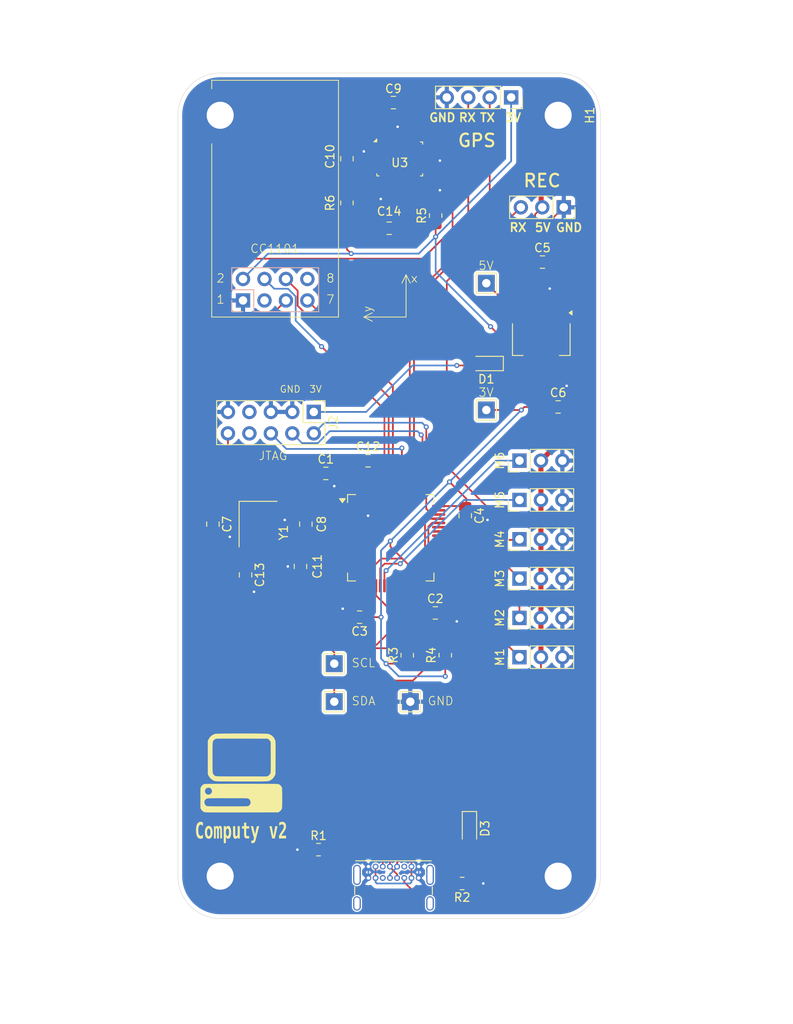
<source format=kicad_pcb>
(kicad_pcb (version 20241229) (generator "pcbnew") (generator_version "9.0")
  (layers (0 "F.Cu" signal) (2 "B.Cu" signal) (13 "F.Paste" user) (15 "B.Paste" user) (5 "F.SilkS" user "F.Silkscreen") (7 "B.SilkS" user "B.Silkscreen") (1 "F.Mask" user) (3 "B.Mask" user) (25 "Edge.Cuts" user))
  (net 0 "")
  (net 1 "+3.3V")
  (net 2 "GND")
  (net 3 "/TIM3_CH1")
  (net 5 "RX_GPS")
  (net 29 "/TIM3_CH2")
  (net 38 "/USB_D-")
  (net 39 "/USB_D+")
  (net 41 "/SWO")
  (net 43 "/NRST")
  (net 47 "Net-(J1-CC2)")
  (net 48 "Net-(J1-CC1)")
  (net 49 "/OSC_IN")
  (net 50 "/OSC_OUT")
  (net 51 "+5V")
  (net 52 "/SWDIO")
  (net 53 "Net-(U3-~{RESET})")
  (net 54 "Net-(D1-A)")
  (net 55 "/I2C2_SCL")
  (net 56 "/I2C2_SDA")
  (net 57 "/TIM8_CH1")
  (net 58 "/TIM8_CH2")
  (net 59 "/TIM8_CH3")
  (net 60 "/TIM8_CH4")
  (net 61 "/REC_TX")
  (net 68 "Net-(U3-~{BOOT_LOAD_PIN})")
  (net 76 "Net-(U3-CAP)")
  (net 77 "Net-(D3-A)")
  (net 79 "/SWCLK")
  (net 82 "TX_GPS")
  (net 85 "/CC1101_CSN")
  (net 86 "/SPI1_MISO")
  (net 87 "/SPI1_SCK")
  (net 88 "/SPI1_MOSI")
  (footprint "Capacitor_SMD:C_0805_2012Metric_Pad1.18x1.45mm_HandSolder" (layer "F.Cu") (at 99.5 98.5 90)
    (property "Reference" "C11")
    (property "Value" "100nF")
  )
  (footprint "Capacitor_SMD:C_0805_2012Metric_Pad1.18x1.45mm_HandSolder" (layer "F.Cu") (at 106.5 104.5 180)
    (property "Reference" "C3")
    (property "Value" "100nF")
  )
  (footprint "Resistor_SMD:R_0805_2012Metric_Pad1.20x1.40mm_HandSolder" (layer "F.Cu") (at 115.5 57 90)
    (property "Reference" "R5")
    (property "Value" "10k")
  )
  (footprint "Resistor_SMD:R_0805_2012Metric_Pad1.20x1.40mm_HandSolder" (layer "F.Cu") (at 118.6375 136 180)
    (property "Reference" "R2")
    (property "Value" "5.1k")
  )
  (footprint "Capacitor_SMD:C_0805_2012Metric_Pad1.18x1.45mm_HandSolder" (layer "F.Cu") (at 107.5 86)
    (property "Reference" "C12")
    (property "Value" "100nF")
  )
  (footprint "LOGO" (layer "F.Cu") (at 92.5 123)
    (property "Reference" "G***" (hide yes))
    (property "Value" "LOGO" (hide yes))
  )
  (footprint "Connector_PinHeader_2.54mm:PinHeader_1x03_P2.54mm_Vertical" (layer "F.Cu") (at 125.42 95.2875 90)
    (property "Reference" "M4")
    (property "Value" "Motor_Servo" (hide yes))
  )
  (footprint "Diode_SMD:D_SOD-323_HandSoldering" (layer "F.Cu") (at 119.5 129.5 -90)
    (property "Reference" "D3")
    (property "Value" "D_Schottky")
  )
  (footprint "TestPoint:TestPoint_THTPad_2.0x2.0mm_Drill1.0mm" (layer "F.Cu") (at 112.5 114.5)
    (property "Reference" "TP3" (hide yes))
    (property "Value" "TestPoint_GND")
  )
  (footprint "Capacitor_SMD:C_0805_2012Metric_Pad1.18x1.45mm_HandSolder" (layer "F.Cu") (at 110 58.5 180)
    (property "Reference" "C14")
    (property "Value" "1uF")
  )
  (footprint "TestPoint:TestPoint_THTPad_2.0x2.0mm_Drill1.0mm" (layer "F.Cu") (at 103.5 110)
    (property "Reference" "TP5" (hide yes))
    (property "Value" "TP_SCL")
  )
  (footprint "TestPoint:TestPoint_THTPad_2.0x2.0mm_Drill1.0mm" (layer "F.Cu") (at 121.5 80)
    (property "Reference" "TP2" (hide yes))
    (property "Value" "TP_3.3V")
  )
  (footprint "Capacitor_SMD:C_0805_2012Metric_Pad1.18x1.45mm_HandSolder" (layer "F.Cu") (at 130 79.6375)
    (property "Reference" "C6")
    (property "Value" "100nF")
  )
  (footprint "Crystal:Crystal_SMD_3225-4Pin_3.2x2.5mm_HandSoldering" (layer "F.Cu") (at 94.4875 93.5 -90)
    (property "Reference" "Y1")
    (property "Value" "25MHz")
  )
  (footprint "MountingHole:MountingHole_3.2mm_M3_DIN965_Pad" (layer "F.Cu") (at 130 135.1375 -90)
    (property "Reference" "H2" (hide yes))
    (property "Value" "MountingHole" (hide yes))
  )
  (footprint "Resistor_SMD:R_0805_2012Metric_Pad1.20x1.40mm_HandSolder" (layer "F.Cu") (at 105 55.5 90)
    (property "Reference" "R6")
    (property "Value" "10k")
  )
  (footprint "Capacitor_SMD:C_0805_2012Metric_Pad1.18x1.45mm_HandSolder" (layer "F.Cu") (at 102.5 87.5)
    (property "Reference" "C1")
    (property "Value" "4.7uF")
  )
  (footprint "Package_QFP:LQFP-64_10x10mm_P0.5mm" (layer "F.Cu") (at 110.1875 95.11)
    (property "Reference" "U1" (hide yes))
    (property "Value" "STM32F205RBTx" (hide yes))
  )
  (footprint "Package_TO_SOT_SMD:SOT-223-3_TabPin2" (layer "F.Cu") (at 128 71.6375 -90)
    (property "Reference" "U2" (hide yes))
    (property "Value" "NCP1117-3.3_SOT223" (hide yes))
  )
  (footprint "MountingHole:MountingHole_3.2mm_M3_DIN965_Pad" (layer "F.Cu") (at 90 45.1375 -90)
    (property "Reference" "H3" (hide yes))
    (property "Value" "MountingHole" (hide yes))
  )
  (footprint "Connector_PinHeader_2.54mm:PinHeader_1x03_P2.54mm_Vertical" (layer "F.Cu") (at 125.42 85.9875 90)
    (property "Reference" "M6")
    (property "Value" "Motor_Servo" (hide yes))
  )
  (footprint "Connector_PinHeader_2.54mm:PinHeader_1x03_P2.54mm_Vertical" (layer "F.Cu") (at 125.42 109.2375 90)
    (property "Reference" "M1")
    (property "Value" "Motor_Servo" (hide yes))
  )
  (footprint "Resistor_SMD:R_0805_2012Metric_Pad1.20x1.40mm_HandSolder" (layer "F.Cu") (at 116.6375 109 90)
    (property "Reference" "R4")
    (property "Value" "4.7k")
  )
  (footprint "Capacitor_SMD:C_0805_2012Metric_Pad1.18x1.45mm_HandSolder" (layer "F.Cu") (at 119 92.5 -90)
    (property "Reference" "C4")
    (property "Value" "100nF")
  )
  (footprint "Capacitor_SMD:C_0805_2012Metric_Pad1.18x1.45mm_HandSolder" (layer "F.Cu") (at 128.1375 62.5)
    (property "Reference" "C5")
    (property "Value" "100nF")
  )
  (footprint "Capacitor_SMD:C_0805_2012Metric_Pad1.18x1.45mm_HandSolder" (layer "F.Cu") (at 100.1375 93.5 90)
    (property "Reference" "C8")
    (property "Value" "22pF")
  )
  (footprint "Capacitor_SMD:C_0805_2012Metric_Pad1.18x1.45mm_HandSolder" (layer "F.Cu") (at 110.5 43.6375 180)
    (property "Reference" "C9")
    (property "Value" "120nF")
  )
  (footprint "MountingHole:MountingHole_3.2mm_M3_DIN965_Pad" (layer "F.Cu") (at 130 45.1375 -90)
    (property "Reference" "H1")
    (property "Value" "MountingHole")
  )
  (footprint "Package_LGA:LGA-28_5.2x3.8mm_P0.5mm" (layer "F.Cu") (at 111.25 50.3)
    (property "Reference" "U3")
    (property "Value" "BNO055")
  )
  (footprint "Connector_USB:USB_C_Receptacle_GCT_USB4085" (layer "F.Cu") (at 107.5375 134)
    (property "Reference" "J1" (hide yes))
    (property "Value" "USB_C_Receptacle_USB2.0_16P")
  )
  (footprint "Connector_PinHeader_2.54mm:PinHeader_1x03_P2.54mm_Vertical" (layer "F.Cu") (at 125.42 99.9375 90)
    (property "Reference" "M3")
    (property "Value" "Motor_Servo" (hide yes))
  )
  (footprint "Diode_SMD:D_SOD-323_HandSoldering" (layer "F.Cu") (at 121.5 74.5 180)
    (property "Reference" "D1")
    (property "Value" "D_Schottky")
  )
  (footprint "Connector_PinSocket_2.54mm:PinSocket_1x04_P2.54mm_Vertical" (layer "F.Cu") (at 124.4375 43.025 -90)
    (property "Reference" "J4" (hide yes))
    (property "Value" "Conn_01x04_Socket" (hide yes))
  )
  (footprint "Connector_PinHeader_2.54mm:PinHeader_1x03_P2.54mm_Vertical" (layer "F.Cu") (at 125.42 104.5875 90)
    (property "Reference" "M2")
    (property "Value" "Motor_Servo" (hide yes))
  )
  (footprint "Resistor_SMD:R_0805_2012Metric_Pad1.20x1.40mm_HandSolder" (layer "F.Cu") (at 112.1375 109 90)
    (property "Reference" "R3")
    (property "Value" "4.7k")
  )
  (footprint "TestPoint:TestPoint_THTPad_2.0x2.0mm_Drill1.0mm" (layer "F.Cu") (at 121.5 65)
    (property "Reference" "TP1" (hide yes))
    (property "Value" "TP_5V")
  )
  (footprint "Connector_PinSocket_2.54mm:PinSocket_1x03_P2.54mm_Vertical" (layer "F.Cu") (at 130.6625 56.025 -90)
    (property "Reference" "J3" (hide yes))
    (property "Value" "Conn_01x03_Socket" (hide yes))
  )
  (footprint "Capacitor_SMD:C_0805_2012Metric_Pad1.18x1.45mm_HandSolder" (layer "F.Cu") (at 89.1375 93.5 -90)
    (property "Reference" "C7")
    (property "Value" "22pF")
  )
  (footprint "Connector_PinHeader_2.54mm:PinHeader_1x03_P2.54mm_Vertical" (layer "F.Cu") (at 125.42 90.6375 90)
    (property "Reference" "M5")
    (property "Value" "Motor_Servo" (hide yes))
  )
  (footprint "Capacitor_SMD:C_0805_2012Metric_Pad1.18x1.45mm_HandSolder" (layer "F.Cu") (at 93 99.5 -90)
    (property "Reference" "C13")
    (property "Value" "100nF")
  )
  (footprint "Resistor_SMD:R_0805_2012Metric_Pad1.20x1.40mm_HandSolder" (layer "F.Cu") (at 101.6375 132)
    (property "Reference" "R1")
    (property "Value" "5.1k")
  )
  (footprint "Capacitor_SMD:C_0805_2012Metric_Pad1.18x1.45mm_HandSolder" (layer "F.Cu") (at 105 50.275 -90)
    (property "Reference" "C10")
    (property "Value" "100nF")
  )
  (footprint "MountingHole:MountingHole_3.2mm_M3_DIN965_Pad" (layer "F.Cu") (at 90 135.1375)
    (property "Reference" "H4" (hide yes))
    (property "Value" "MountingHole" (hide yes))
  )
  (footprint "TestPoint:TestPoint_THTPad_2.0x2.0mm_Drill1.0mm" (layer "F.Cu") (at 103.5 114.5)
    (property "Reference" "TP4" (hide yes))
    (property "Value" "TP_SDA")
  )
  (footprint "Capacitor_SMD:C_0805_2012Metric_Pad1.18x1.45mm_HandSolder" (layer "F.Cu") (at 115.4625 104)
    (property "Reference" "C2")
    (property "Value" "100nF")
  )
  (footprint "Connector_PinHeader_2.54mm:PinHeader_2x05_P2.54mm_Vertical" (layer "F.Cu") (at 101.075 80.225 -90)
    (property "Reference" "J2")
    (property "Value" "Conn_ARM_JTAG_SWD_10" (hide yes))
  )
  (footprint "Connector_PinSocket_2.54mm:PinSocket_2x04_P2.54mm_Vertical" (layer "B.Cu") (at 92.7 67.04 -90)
    (property "Reference" "J5" (hide yes))
    (property "Value" "Conn_02x04_Odd_Even" (hide yes))
  )
  (gr_line (start 112 69) (end 112 64) (stroke (width 0.1)) (layer "F.SilkS"))
  (gr_line (start 89 41) (end 104 41) (stroke (width 0.1)) (layer "F.SilkS"))
  (gr_line (start 89 41) (end 89 42) (stroke (width 0.1)) (layer "F.SilkS"))
  (gr_line (start 107 69) (end 108 69.5) (stroke (width 0.1)) (layer "F.SilkS"))
  (gr_line (start 112 64) (end 112.5 65) (stroke (width 0.1)) (layer "F.SilkS"))
  (gr_line (start 104 69) (end 104 41) (stroke (width 0.1)) (layer "F.SilkS"))
  (gr_line (start 107 69) (end 108 68.5) (stroke (width 0.1)) (layer "F.SilkS"))
  (gr_line (start 89 69) (end 89 48.5) (stroke (width 0.1)) (layer "F.SilkS"))
  (gr_line (start 112 69) (end 107 69) (stroke (width 0.1)) (layer "F.SilkS"))
  (gr_line (start 104 69) (end 89 69) (stroke (width 0.1)) (layer "F.SilkS"))
  (gr_line (start 112 64) (end 111.5 65) (stroke (width 0.1)) (layer "F.SilkS"))
  (gr_arc (start 130 40.1375) (mid 133.535534 41.601966) (end 135 45.1375) (stroke (width 0.05)) (layer "Edge.Cuts"))
  (gr_arc (start 135 135.1375) (mid 133.535534 138.673034) (end 130 140.1375) (stroke (width 0.05)) (layer "Edge.Cuts"))
  (gr_arc (start 90 140.1375) (mid 86.464466 138.673034) (end 85 135.1375) (stroke (width 0.05)) (layer "Edge.Cuts"))
  (gr_arc (start 85 45.1375) (mid 86.464466 41.601966) (end 90 40.1375) (stroke (width 0.05)) (layer "Edge.Cuts"))
  (gr_line (start 90 40.1375) (end 130 40.1375) (stroke (width 0.05)) (layer "Edge.Cuts"))
  (gr_line (start 135 45.1375) (end 135 135.1375) (stroke (width 0.05)) (layer "Edge.Cuts"))
  (gr_line (start 85 135.1375) (end 85 45.1375) (stroke (width 0.05)) (layer "Edge.Cuts"))
  (gr_line (start 130 140.1375) (end 90 140.1375) (stroke (width 0.05)) (layer "Edge.Cuts"))
  (gr_text "y" (at 108 68.5 90) (layer "F.SilkS") (effects (font (size 1 1) (thickness 0.1)) (justify left bottom)))
  (gr_text "REC" (at 125.75 53.75 0) (layer "F.SilkS") (effects (font (size 1.5 1.5) (thickness 0.25) (bold yes)) (justify left bottom)))
  (gr_text "3V" (at 100.5 78 0) (layer "F.SilkS") (effects (font (size 0.8 0.8) (thickness 0.1)) (justify left bottom)))
  (gr_text "JTAG" (at 94.5 86 0) (layer "F.SilkS") (effects (font (size 1 1) (thickness 0.1)) (justify left bottom)))
  (gr_text "GPS" (at 118 49 0) (layer "F.SilkS") (effects (font (size 1.5 1.5) (thickness 0.25) (bold yes)) (justify left bottom)))
  (gr_text "SCL" (at 105.5 110.5 0) (layer "F.SilkS") (effects (font (size 1 1) (thickness 0.1)) (justify left bottom)))
  (gr_text "GND" (at 129.6375 59 0) (layer "F.SilkS") (effects (font (size 1 1) (thickness 0.2) (bold yes)) (justify left bottom)))
  (gr_text "1" (at 89.5 67.5 0) (layer "F.SilkS") (effects (font (size 1 1) (thickness 0.1)) (justify left bottom)))
  (gr_text "SDA\n" (at 105.5 115 0) (layer "F.SilkS") (effects (font (size 1 1) (thickness 0.1)) (justify left bottom)))
  (gr_text "RX" (at 118.1375 46 0) (layer "F.SilkS") (effects (font (size 1 1) (thickness 0.2) (bold yes)) (justify left bottom)))
  (gr_text "Computy v2" (at 87 131 0) (layer "F.SilkS") (effects (font (size 1.9 1.3) (thickness 0.3) (bold yes)) (justify left bottom)))
  (gr_text "CC1101" (at 93.5 61.5 0) (layer "F.SilkS") (effects (font (size 1 1) (thickness 0.1)) (justify left bottom)))
  (gr_text "x" (at 112.5 65 0) (layer "F.SilkS") (effects (font (size 1 1) (thickness 0.1)) (justify left bottom)))
  (gr_text "2" (at 89.5 65 0) (layer "F.SilkS") (effects (font (size 1 1) (thickness 0.1)) (justify left bottom)))
  (gr_text "5V" (at 127.1375 59 0) (layer "F.SilkS") (effects (font (size 1 1) (thickness 0.2) (bold yes)) (justify left bottom)))
  (gr_text "TX" (at 120.6375 46 0) (layer "F.SilkS") (effects (font (size 1 1) (thickness 0.2) (bold yes)) (justify left bottom)))
  (gr_text "GND" (at 97 78 0) (layer "F.SilkS") (effects (font (size 0.8 0.8) (thickness 0.1)) (justify left bottom)))
  (gr_text "GND" (at 114.6375 46 0) (layer "F.SilkS") (effects (font (size 1 1) (thickness 0.2) (bold yes)) (justify left bottom)))
  (gr_text "RX" (at 124.1375 59 0) (layer "F.SilkS") (effects (font (size 1 1) (thickness 0.2) (bold yes)) (justify left bottom)))
  (gr_text "3V" (at 123.6375 46 0) (layer "F.SilkS") (effects (font (size 1 1) (thickness 0.2) (bold yes)) (justify left bottom)))
  (gr_text "3V" (at 120.5 78.5 0) (layer "F.SilkS") (effects (font (size 1 1) (thickness 0.1)) (justify left bottom)))
  (gr_text "GND" (at 114.5 115 0) (layer "F.SilkS") (effects (font (size 1 1) (thickness 0.1)) (justify left bottom)))
  (gr_text "5V" (at 120.5 63.5 0) (layer "F.SilkS") (effects (font (size 1 1) (thickness 0.1)) (justify left bottom)))
  (gr_text "7" (at 102.5 67.5 0) (layer "F.SilkS") (effects (font (size 1 1) (thickness 0.1)) (justify left bottom)))
  (gr_text "8" (at 102.5 65 0) (layer "F.SilkS") (effects (font (size 1 1) (thickness 0.1)) (justify left bottom)))
  (segment (start 128 72.1375) (end 128 74.7875) (width 0.2) (layer "F.Cu") (net 1))
  (segment (start 111.560294 97.574265) (end 110.1375 96.151471) (width 0.2) (layer "F.Cu") (net 1))
  (segment (start 119.1375 90.5) (end 117.1375 88.5) (width 0.2) (layer "F.Cu") (net 1))
  (segment (start 116.6375 109.825) (end 116.6375 111.5) (width 0.2) (layer "F.Cu") (net 1))
  (segment (start 103.6875 51.3125) (end 102.5 52.5) (width 0.2) (layer "F.Cu") (net 1))
  (segment (start 113.9375 100.785) (end 113.9375 99.951471) (width 0.2) (layer "F.Cu") (net 1))
  (segment (start 105.7775 91.81759) (end 105.7775 97.08) (width 0.2) (layer "F.Cu") (net 1))
  (segment (start 108.8625 50.05) (end 109.427 50.05) (width 0.2) (layer "F.Cu") (net 1))
  (segment (start 123.15 74.5) (end 127.7125 74.5) (width 0.2) (layer "F.Cu") (net 1))
  (segment (start 101.4625 90.4625) (end 101.4625 87.5) (width 0.2) (layer "F.Cu") (net 1))
  (segment (start 118.86 91.36) (end 119.1375 91.6375) (width 0.2) (layer "F.Cu") (net 1))
  (segment (start 109.063235 97.574265) (end 107.4375 99.2) (width 0.2) (layer "F.Cu") (net 1))
  (segment (start 109.6375 110) (end 111.9625 110) (width 0.2) (layer "F.Cu") (net 1))
  (segment (start 106.4375 89.435) (end 106.4375 86.3375) (width 0.2) (layer "F.Cu") (net 1))
  (segment (start 105.7775 97.08) (end 105.4975 97.36) (width 0.2) (layer "F.Cu") (net 1))
  (segment (start 105.7775 91.36) (end 106.4375 90.7) (width 0.2) (layer "F.Cu") (net 1))
  (segment (start 105.5 61.5) (end 105.5 61.499) (width 0.2) (layer "F.Cu") (net 1))
  (segment (start 102.1775 97.36) (end 104.5125 97.36) (width 0.2) (layer "F.Cu") (net 1))
  (segment (start 105 56.5) (end 105 61) (width 0.2) (layer "F.Cu") (net 1))
  (segment (start 104 56.5) (end 105 56.5) (width 0.2) (layer "F.Cu") (net 1))
  (segment (start 106.4375 90.7) (end 106.4375 89.435) (width 0.2) (layer "F.Cu") (net 1))
  (segment (start 107.4375 103.9375) (end 108 104.5) (width 0.2) (layer "F.Cu") (net 1))
  (segment (start 102.36 91.36) (end 101.4625 90.4625) (width 0.2) (layer "F.Cu") (net 1))
  (segment (start 104.5125 91.36) (end 102.36 91.36) (width 0.2) (layer "F.Cu") (net 1))
  (segment (start 128 68.4875) (end 128 72.1375) (width 0.2) (layer "F.Cu") (net 1))
  (segment (start 100 99.5375) (end 102.1775 97.36) (width 0.2) (layer "F.Cu") (net 1))
  (segment (start 113.9375 100.785) (end 113.9375 103.475) (width 0.2) (layer "F.Cu") (net 1))
  (segment (start 109.6375 43.6375) (end 109.5 43.775) (width 0.2) (layer "F.Cu") (net 1))
  (segment (start 119.1375 91.6375) (end 119.1375 90.5) (width 0.2) (layer "F.Cu") (net 1))
  (segment (start 107.4375 99.2) (end 107.4375 100.785) (width 0.2) (layer "F.Cu") (net 1))
  (segment (start 126 79.6375) (end 129.1375 79.6375) (width 0.2) (layer "F.Cu") (net 1))
  (segment (start 106.775 86) (end 106.6375 86) (width 0.2) (layer "F.Cu") (net 1))
  (segment (start 110.1375 96.151471) (end 110.1375 95.5) (width 0.2) (layer "F.Cu") (net 1))
  (segment (start 105.5 51.1375) (end 106.5875 50.05) (width 0.2) (layer "F.Cu") (net 1))
  (segment (start 128 74.7875) (end 129.1375 75.925) (width 0.2) (layer "F.Cu") (net 1))
  (segment (start 125.6375 80) (end 121.5 80) (width 0.2) (layer "F.Cu") (net 1))
  (segment (start 122 70.1375) (end 124 72.1375) (width 0.2) (layer "F.Cu") (net 1))
  (segment (start 111.560294 97.574265) (end 109.063235 97.574265) (width 0.2) (layer "F.Cu") (net 1))
  (segment (start 105 61) (end 105.5 61.5) (width 0.2) (layer "F.Cu") (net 1))
  (segment (start 115.8625 91.36) (end 118.86 91.36) (width 0.2) (layer "F.Cu") (net 1))
  (segment (start 105.4975 97.36) (end 105.5975 97.36) (width 0.2) (layer "F.Cu") (net 1))
  (segment (start 106.5875 50.05) (end 108.8625 50.05) (width 0.2) (layer "F.Cu") (net 1))
  (segment (start 113.9375 99.951471) (end 111.560294 97.574265) (width 0.2) (layer "F.Cu") (net 1))
  (segment (start 102.5 55) (end 104 56.5) (width 0.2) (layer "F.Cu") (net 1))
  (segment (start 107.4375 100.785) (end 107.4375 103.9375) (width 0.2) (layer "F.Cu") (net 1))
  (segment (start 113.9375 103.475) (end 114.4625 104) (width 0.2) (layer "F.Cu") (net 1))
  (segment (start 109.5 43.775) (end 109.5 48.6375) (width 0.2) (layer "F.Cu") (net 1))
  (segment (start 115.5 58) (end 115.5 59.5) (width 0.2) (layer "F.Cu") (net 1))
  (segment (start 124 72.1375) (end 128 72.1375) (width 0.2) (layer "F.Cu") (net 1))
  (segment (start 109.5 49.977) (end 109.5 48.6375) (width 0.2) (layer "F.Cu") (net 1))
  (segment (start 105.5975 97.36) (end 107.4375 99.2) (width 0.2) (layer "F.Cu") (net 1))
  (segment (start 109.427 50.05) (end 109.5 49.977) (width 0.2) (layer "F.Cu") (net 1))
  (segment (start 111.9625 110) (end 112.1375 109.825) (width 0.2) (layer "F.Cu") (net 1))
  (segment (start 104.5125 91.36) (end 105.7775 91.36) (width 0.2) (layer "F.Cu") (net 1))
  (segment (start 105.31991 91.36) (end 105.7775 91.81759) (width 0.2) (layer "F.Cu") (net 1))
  (segment (start 108 104.5) (end 109.0375 104.5) (width 0.2) (layer "F.Cu") (net 1))
  (segment (start 104.5125 97.36) (end 105.4975 97.36) (width 0.2) (layer "F.Cu") (net 1))
  (segment (start 127.7125 74.5) (end 128 74.7875) (width 0.2) (layer "F.Cu") (net 1))
  (segment (start 102.5 52.5) (end 102.5 55) (width 0.2) (layer "F.Cu") (net 1))
  (segment (start 104.5125 91.36) (end 105.31991 91.36) (width 0.2) (layer "F.Cu") (net 1))
  (segment (start 129.1375 75.925) (end 129.1375 79.6375) (width 0.2) (layer "F.Cu") (net 1))
  (segment (start 105 51.3125) (end 103.6875 51.3125) (width 0.2) (layer "F.Cu") (net 1))
  (segment (start 106.4375 86.3375) (end 106.775 86) (width 0.2) (layer "F.Cu") (net 1))
  (segment (start 125.6375 80) (end 126 79.6375) (width 0.2) (layer "F.Cu") (net 1))
  (via (at 105.5 61.499) (size 0.6) (drill 0.3) (layers "F.Cu" "B.Cu") (net 1))
  (via (at 115.5 59.5) (size 0.6) (drill 0.3) (layers "F.Cu" "B.Cu") (net 1))
  (via (at 116.6375 111.5) (size 0.6) (drill 0.3) (layers "F.Cu" "B.Cu") (net 1))
  (via (at 117.1375 88.5) (size 0.6) (drill 0.3) (layers "F.Cu" "B.Cu") (net 1))
  (via (at 109.6375 110) (size 0.6) (drill 0.3) (layers "F.Cu" "B.Cu") (net 1))
  (via (at 110.1375 95.5) (size 0.6) (drill 0.3) (layers "F.Cu" "B.Cu") (net 1))
  (via (at 125.6375 80) (size 0.6) (drill 0.3) (layers "F.Cu" "B.Cu") (net 1))
  (via (at 122 70.1375) (size 0.6) (drill 0.3) (layers "F.Cu" "B.Cu") (net 1))
  (via (at 109.0375 104.5) (size 0.6) (drill 0.3) (layers "F.Cu" "B.Cu") (net 1))
  (segment (start 95.66 61.5) (end 105.499 61.5) (width 0.2) (layer "B.Cu") (net 1))
  (segment (start 124.4375 43.025) (end 124.4375 50.5625) (width 0.2) (layer "B.Cu") (net 1))
  (segment (start 112.1375 111.5) (end 116.6375 111.5) (width 0.2) (layer "B.Cu") (net 1))
  (segment (start 111.1375 111.5) (end 112.1375 111.5) (width 0.2) (layer "B.Cu") (net 1))
  (segment (start 105.499 61.5) (end 105.5 61.499) (width 0.2) (layer "B.Cu") (net 1))
  (segment (start 117.1375 88.5) (end 110.1375 95.5) (width 0.2) (layer "B.Cu") (net 1))
  (segment (start 109.6375 110) (end 111.1375 111.5) (width 0.2) (layer "B.Cu") (net 1))
  (segment (start 115.5 59.5) (end 115.5 63.6375) (width 0.2) (layer "B.Cu") (net 1))
  (segment (start 109.0375 96.6) (end 109.0375 109.4) (width 0.2) (layer "B.Cu") (net 1))
  (segment (start 113.499 61.499) (end 113.5 61.5) (width 0.2) (layer "B.Cu") (net 1))
  (segment (start 105.5 61.499) (end 113.499 61.499) (width 0.2) (layer "B.Cu") (net 1))
  (segment (start 117.1375 88.5) (end 125.6375 80) (width 0.2) (layer "B.Cu") (net 1))
  (segment (start 109.0375 109.4) (end 109.6375 110) (width 0.2) (layer "B.Cu") (net 1))
  (segment (start 110.1375 95.5) (end 109.0375 96.6) (width 0.2) (layer "B.Cu") (net 1))
  (segment (start 124.4375 50.5625) (end 115.5 59.5) (width 0.2) (layer "B.Cu") (net 1))
  (segment (start 95.66 61.5) (end 92.7 64.46) (width 0.2) (layer "B.Cu") (net 1))
  (segment (start 115.5 63.6375) (end 122 70.1375) (width 0.2) (layer "B.Cu") (net 1))
  (segment (start 115.5 59.5) (end 113.5 61.5) (width 0.2) (layer "B.Cu") (net 1))
  (segment (start 97.6375 92.4) (end 99.8125 92.4) (width 0.2) (layer "F.Cu") (net 2))
  (segment (start 108.4375 88.62759) (end 108.4375 89.435) (width 0.2) (layer "F.Cu") (net 2))
  (segment (start 129 62.6375) (end 129 67.1875) (width 0.2) (layer "F.Cu") (net 2))
  (segment (start 108.725 49.4125) (end 108.8625 49.55) (width 0.2) (layer "F.Cu") (net 2))
  (segment (start 115.55 50.05) (end 116 50.5) (width 0.2) (layer "F.Cu") (net 2))
  (segment (start 130.8625 77.275) (end 131 77.1375) (width 0.2) (layer "F.Cu") (net 2))
  (segment (start 111 46) (end 111 48.6375) (width 0.2) (layer "F.Cu") (net 2))
  (segment (start 105.5 49.4125) (end 108.725 49.4125) (width 0.2) (layer "F.Cu") (net 2))
  (segment (start 93.3125 94.275) (end 93.6375 94.6) (width 0.2) (layer "F.Cu") (net 2))
  (segment (start 129 62.6375) (end 129 57.6625) (width 0.2) (layer "F.Cu") (net 2))
  (segment (start 95.3375 92.4) (end 97.6375 92.4) (width 0.2) (layer "F.Cu") (net 2))
  (segment (start 100 97.4625) (end 99.0375 97.4625) (width 0.2) (layer "F.Cu") (net 2))
  (segment (start 99.0375 97.4625) (end 98 98.5) (width 0.2) (layer "F.Cu") (net 2))
  (segment (start 117 104) (end 118 105) (width 0.2) (layer "F.Cu") (net 2))
  (segment (start 91.1375 94.275) (end 93.3125 94.275) (width 0.2) (layer "F.Cu") (net 2))
  (segment (start 109 55.0375) (end 109 54) (width 0.2) (layer "F.Cu") (net 2))
  (segment (start 107.95625 51.95625) (end 108.8625 51.05) (width 0.2) (layer "F.Cu") (net 2))
  (segment (start 116.5375 104) (end 117 104) (width 0.2) (layer "F.Cu") (net 2))
  (segment (start 114.204 50.55) (end 116 52.346) (width 0.2) (layer "F.Cu") (net 2))
  (segment (start 103.5375 88.9625) (end 103.5 89) (width 0.2) (layer "F.Cu") (net 2))
  (segment (start 106.9375 103.025) (end 105.4625 104.5) (width 0.2) (layer "F.Cu") (net 2))
  (segment (start 116 52.346) (end 116 54) (width 0.2) (layer "F.Cu") (net 2))
  (segment (start 108.4375 89.435) (end 108.4375 86.0625) (width 0.2) (layer "F.Cu") (net 2))
  (segment (start 129 67.1875) (end 130.3 68.4875) (width 0.2) (layer "F.Cu") (net 2))
  (segment (start 109 54) (end 109 51.9625) (width 0.2) (layer "F.Cu") (net 2))
  (segment (start 113.6375 50.05) (end 115.55 50.05) (width 0.2) (layer "F.Cu") (net 2))
  (segment (start 108.5375 55.0375) (end 107.95625 54.45625) (width 0.2) (layer "F.Cu") (net 2))
  (segment (start 111 46) (end 111 46.5) (width 0.2) (layer "F.Cu") (net 2))
  (segment (start 89.1375 94.275) (end 91.1375 94.275) (width 0.2) (layer "F.Cu") (net 2))
  (segment (start 100 97.4625) (end 100.6025 96.86) (width 0.2) (layer "F.Cu") (net 2))
  (segment (start 130.8625 79.6375) (end 130.8625 77.275) (width 0.2) (layer "F.Cu") (net 2))
  (segment (start 100.6025 96.86) (end 104.5125 96.86) (width 0.2) (layer "F.Cu") (net 2))
  (segment (start 105.4625 104.5) (end 105.4625 104.4625) (width 0.2) (layer "F.Cu") (net 2))
  (segment (start 97.6375 92.4) (end 97.6375 93) (width 0.2) (layer "F.Cu") (net 2))
  (segment (start 108.4375 91.5625) (end 107.5 92.5) (width 0.2) (layer "F.Cu") (net 2))
  (segment (start 119.6375 136) (end 121.1375 136) (width 0.2) (layer "F.Cu") (net 2))
  (segment (start 105.4625 104.4625) (end 104.5 103.5) (width 0.2) (layer "F.Cu") (net 2))
  (segment (start 106.9375 89.435) (end 106.9375 91.9375) (width 0.2) (layer "F.Cu") (net 2))
  (segment (start 99.8125 92.4) (end 100.1375 92.725) (width 0.2) (layer "F.Cu") (net 2))
  (segment (start 109 55.0375) (end 108.5375 55.0375) (width 0.2) (layer "F.Cu") (net 2))
  (segment (start 108.4375 89.435) (end 108.4375 91.5625) (width 0.2) (layer "F.Cu") (net 2))
  (segment (start 93.0375 100.5375) (end 94 101.5) (width 0.2) (layer "F.Cu") (net 2))
  (segment (start 108.4375 86.0625) (end 108.5 86) (width 0.2) (layer "F.Cu") (net 2))
  (segment (start 103.5375 87.5) (end 103.5375 88.9625) (width 0.2) (layer "F.Cu") (net 2))
  (segment (start 121.275 93.3625) (end 119.1375 93.3625) (width 0.2) (layer "F.Cu") (net 2))
  (segment (start 93 100.5375) (end 93.0375 100.5375) (width 0.2) (layer "F.Cu") (net 2))
  (segment (start 107.95625 54.45625) (end 107.95625 51.95625) (width 0.2) (layer "F.Cu") (net 2))
  (segment (start 106.9375 100.785) (end 106.9375 103.025) (width 0.2) (layer "F.Cu") (net 2))
  (segment (start 111.3625 43.6375) (end 111 44) (width 0.2) (layer "F.Cu") (net 2))
  (segment (start 113.6375 50.55) (end 114.204 50.55) (width 0.2) (layer "F.Cu") (net 2))
  (segment (start 108.9625 55.075) (end 108.9625 58.5) (width 0.2) (layer "F.Cu") (net 2))
  (segment (start 129 57.6625) (end 130.525 56.1375) (width 0.2) (layer "F.Cu") (net 2))
  (segment (start 91.1375 94.275) (end 91.1375 95) (width 0.2) (layer "F.Cu") (net 2))
  (segment (start 106.9375 91.9375) (end 107.5 92.5) (width 0.2) (layer "F.Cu") (net 2))
  (segment (start 121.6375 93) (end 121.275 93.3625) (width 0.2) (layer "F.Cu") (net 2))
  (segment (start 100.6375 132) (end 99.1375 132) (width 0.2) (layer "F.Cu") (net 2))
  (segment (start 111 44) (end 111 46) (width 0.2) (layer "F.Cu") (net 2))
  (segment (start 109 55.0375) (end 108.9625 55.075) (width 0.2) (layer "F.Cu") (net 2))
  (via (at 129 65.6375) (size 0.6) (drill 0.3) (layers "F.Cu" "B.Cu") (net 2))
  (via (at 109 55.0375) (size 0.6) (drill 0.3) (layers "F.Cu" "B.Cu") (net 2))
  (via (at 121.6375 93) (size 0.6) (drill 0.3) (layers "F.Cu" "B.Cu") (net 2))
  (via (at 104.5 103.5) (size 0.6) (drill 0.3) (layers "F.Cu" "B.Cu") (net 2))
  (via (at 111 46.5) (size 0.6) (drill 0.3) (layers "F.Cu" "B.Cu") (net 2))
  (via (at 116 50.5) (size 0.6) (drill 0.3) (layers "F.Cu" "B.Cu") (net 2))
  (via (at 118 105) (size 0.6) (drill 0.3) (layers "F.Cu" "B.Cu") (net 2))
  (via (at 97.6375 93) (size 0.6) (drill 0.3) (layers "F.Cu" "B.Cu") (net 2))
  (via (at 98 98.5) (size 0.6) (drill 0.3) (layers "F.Cu" "B.Cu") (net 2))
  (via (at 103.5 89) (size 0.6) (drill 0.3) (layers "F.Cu" "B.Cu") (net 2))
  (via (at 107.5 92.5) (size 0.6) (drill 0.3) (layers "F.Cu" "B.Cu") (net 2))
  (via (at 131 77.1375) (size 0.6) (drill 0.3) (layers "F.Cu" "B.Cu") (net 2))
  (via (at 121.1375 136) (size 0.6) (drill 0.3) (layers "F.Cu" "B.Cu") (net 2))
  (via (at 99.1375 132) (size 0.6) (drill 0.3) (layers "F.Cu" "B.Cu") (net 2))
  (via (at 107 49.4125) (size 0.6) (drill 0.3) (layers "F.Cu" "B.Cu") (net 2))
  (via (at 116 54) (size 0.6) (drill 0.3) (layers "F.Cu" "B.Cu") (net 2))
  (via (at 94 101.5) (size 0.6) (drill 0.3) (layers "F.Cu" "B.Cu") (net 2))
  (via (at 91.1375 95) (size 0.6) (drill 0.3) (layers "F.Cu" "B.Cu") (net 2))
  (segment (start 107.5375 134) (end 107.5375 135.35) (width 0.2) (layer "B.Cu") (net 2))
  (segment (start 113.4875 134) (end 113.4875 135.35) (width 0.2) (layer "B.Cu") (net 2))
  (segment (start 108.9375 98.7) (end 108.9375 100.785) (width 0.2) (layer "F.Cu") (net 3))
  (segment (start 109.463235 98.174265) (end 108.9375 98.7) (width 0.2) (layer "F.Cu") (net 3))
  (segment (start 111.311765 98.174265) (end 109.463235 98.174265) (width 0.2) (layer "F.Cu") (net 3))
  (via (at 111.311765 98.174265) (size 0.6) (drill 0.3) (layers "F.Cu" "B.Cu") (net 3))
  (segment (start 111.311765 98.174265) (end 118.84853 90.6375) (width 0.2) (layer "B.Cu") (net 3))
  (segment (start 118.84853 90.6375) (end 125.42 90.6375) (width 0.2) (layer "B.Cu") (net 3))
  (segment (start 112.4375 89.435) (end 112.4375 67.0625) (width 0.2) (layer "F.Cu") (net 5))
  (segment (start 112.4375 67.0625) (end 112.5365 66.9635) (width 0.2) (layer "F.Cu") (net 5))
  (segment (start 112.5365 66.8964) (end 119.3575 60.0754) (width 0.2) (layer "F.Cu") (net 5))
  (segment (start 119.3575 60.0754) (end 119.3575 43.025) (width 0.2) (layer "F.Cu") (net 5))
  (segment (start 112.5365 66.9635) (end 112.5365 66.8964) (width 0.2) (layer "F.Cu") (net 5))
  (segment (start 109.4375 99.2) (end 109.6375 99) (width 0.2) (layer "F.Cu") (net 29))
  (segment (start 109.4375 100.785) (end 109.4375 99.2) (width 0.2) (layer "F.Cu") (net 29))
  (via (at 109.6375 99) (size 0.6) (drill 0.3) (layers "F.Cu" "B.Cu") (net 29))
  (segment (start 109.6375 99) (end 122.65 85.9875) (width 0.2) (layer "B.Cu") (net 29))
  (segment (start 122.65 85.9875) (end 125.42 85.9875) (width 0.2) (layer "B.Cu") (net 29))
  (segment (start 114.6375 93.77759) (end 114.6375 99) (width 0.2) (layer "F.Cu") (net 38))
  (segment (start 110.9375 133.505026) (end 110.9375 134) (width 0.2) (layer "F.Cu") (net 38))
  (segment (start 119.6375 104) (end 119.6375 124.805026) (width 0.2) (layer "F.Cu") (net 38))
  (segment (start 114.6375 99) (end 119.6375 104) (width 0.2) (layer "F.Cu") (net 38))
  (segment (start 119.6375 124.805026) (end 110.9375 133.505026) (width 0.2) (layer "F.Cu") (net 38))
  (segment (start 115.05509 93.36) (end 114.6375 93.77759) (width 0.2) (layer "F.Cu") (net 38))
  (segment (start 115.8625 93.36) (end 115.05509 93.36) (width 0.2) (layer "F.Cu") (net 38))
  (segment (start 110.0875 135.35) (end 110.0875 134.919239) (width 0.2) (layer "B.Cu") (net 38))
  (segment (start 110.9375 134.069239) (end 110.9375 134) (width 0.2) (layer "B.Cu") (net 38))
  (segment (start 110.0875 134.919239) (end 110.9375 134.069239) (width 0.2) (layer "B.Cu") (net 38))
  (segment (start 114.7775 92.86) (end 115.8625 92.86) (width 0.2) (layer "F.Cu") (net 39))
  (segment (start 114.2375 99.4) (end 114.2375 93.4) (width 0.2) (layer "F.Cu") (net 39))
  (segment (start 119.2375 104.4) (end 114.2375 99.4) (width 0.2) (layer "F.Cu") (net 39))
  (segment (start 110.0875 133.115685) (end 119.2375 123.965685) (width 0.2) (layer "F.Cu") (net 39))
  (segment (start 110.9375 135.35) (end 110.9375 134.919239) (width 0.2) (layer "F.Cu") (net 39))
  (segment (start 114.2375 93.4) (end 114.7775 92.86) (width 0.2) (layer "F.Cu") (net 39))
  (segment (start 110.0875 134.069239) (end 110.0875 134) (width 0.2) (layer "F.Cu") (net 39))
  (segment (start 110.0875 134) (end 110.0875 133.115685) (width 0.2) (layer "F.Cu") (net 39))
  (segment (start 110.9375 134.919239) (end 110.0875 134.069239) (width 0.2) (layer "F.Cu") (net 39))
  (segment (start 119.2375 123.965685) (end 119.2375 104.4) (width 0.2) (layer "F.Cu") (net 39))
  (segment (start 110.9375 87.1625) (end 110.9375 89.435) (width 0.2) (layer "F.Cu") (net 41))
  (segment (start 111.5 86.6) (end 110.9375 87.1625) (width 0.2) (layer "F.Cu") (net 41))
  (segment (start 111.5 84.5) (end 111.5 86.6) (width 0.2) (layer "F.Cu") (net 41))
  (via (at 111.5 84.5) (size 0.6) (drill 0.3) (layers "F.Cu" "B.Cu") (net 41))
  (segment (start 111.399 84.601) (end 97.831 84.601) (width 0.2) (layer "B.Cu") (net 41))
  (segment (start 97.831 84.601) (end 95.995 82.765) (width 0.2) (layer "B.Cu") (net 41))
  (segment (start 111.5 84.5) (end 111.399 84.601) (width 0.2) (layer "B.Cu") (net 41))
  (segment (start 104.5125 94.36) (end 102.5 94.36) (width 0.2) (layer "F.Cu") (net 43))
  (segment (start 88 88) (end 88 95.4625) (width 0.2) (layer "F.Cu") (net 43))
  (segment (start 97.188971 97.1) (end 98.788971 95.5) (width 0.2) (layer "F.Cu") (net 43))
  (segment (start 90.915 82.765) (end 90.915 85.085) (width 0.2) (layer "F.Cu") (net 43))
  (segment (start 98.788971 95.5) (end 101.36 95.5) (width 0.2) (layer "F.Cu") (net 43))
  (segment (start 101.36 95.5) (end 102.5 94.36) (width 0.2) (layer "F.Cu") (net 43))
  (segment (start 93 98.4625) (end 93 97.1) (width 0.2) (layer "F.Cu") (net 43))
  (segment (start 93 97.1) (end 97.188971 97.1) (width 0.2) (layer "F.Cu") (net 43))
  (segment (start 88 95.4625) (end 89.6375 97.1) (width 0.2) (layer "F.Cu") (net 43))
  (segment (start 90.915 85.085) (end 88 88) (width 0.2) (layer "F.Cu") (net 43))
  (segment (start 89.6375 97.1) (end 93 97.1) (width 0.2) (layer "F.Cu") (net 43))
  (segment (start 115.62816 136) (end 114.88283 136.74533) (width 0.2) (layer "F.Cu") (net 47))
  (segment (start 111.7875 135.844974) (end 112.942526 137) (width 0.2) (layer "F.Cu") (net 47))
  (segment (start 114.62816 137) (end 114.88283 136.74533) (width 0.2) (layer "F.Cu") (net 47))
  (segment (start 117.6375 136) (end 115.62816 136) (width 0.2) (layer "F.Cu") (net 47))
  (segment (start 114.88283 136.74533) (end 115.5875 136.04066) (width 0.2) (layer "F.Cu") (net 47))
  (segment (start 112.942526 137) (end 114.62816 137) (width 0.2) (layer "F.Cu") (net 47))
  (segment (start 111.7875 135.35) (end 111.7875 135.844974) (width 0.2) (layer "F.Cu") (net 47))
  (segment (start 107.732474 132) (end 102.6375 132) (width 0.2) (layer "F.Cu") (net 48))
  (segment (start 109.2375 134) (end 109.2375 133.505026) (width 0.2) (layer "F.Cu") (net 48))
  (segment (start 109.2375 133.505026) (end 107.732474 132) (width 0.2) (layer "F.Cu") (net 48))
  (segment (start 93.6375 92.3) (end 93.6375 92.4) (width 0.2) (layer "F.Cu") (net 49))
  (segment (start 102.632244 93.36) (end 99.772244 90.5) (width 0.2) (layer "F.Cu") (net 49))
  (segment (start 93.3375 91.9) (end 93.3375 92.05) (width 0.2) (layer "F.Cu") (net 49))
  (segment (start 94.7375 90.5) (end 93.3375 91.9) (width 0.2) (layer "F.Cu") (net 49))
  (segment (start 99.772244 90.5) (end 94.7375 90.5) (width 0.2) (layer "F.Cu") (net 49))
  (segment (start 89.1375 92.725) (end 93.3125 92.725) (width 0.2) (layer "F.Cu") (net 49))
  (segment (start 104.5125 93.36) (end 102.632244 93.36) (width 0.2) (layer "F.Cu") (net 49))
  (segment (start 93.3125 92.725) (end 93.6375 92.4) (width 0.2) (layer "F.Cu") (net 49))
  (segment (start 99.8125 94.6) (end 100.1375 94.275) (width 0.2) (layer "F.Cu") (net 50))
  (segment (start 104.5125 93.86) (end 100.5525 93.86) (width 0.2) (layer "F.Cu") (net 50))
  (segment (start 100.5525 93.86) (end 100.1375 94.275) (width 0.2) (layer "F.Cu") (net 50))
  (segment (start 95.3375 94.6) (end 99.8125 94.6) (width 0.2) (layer "F.Cu") (net 50))
  (segment (start 123.7875 127.85) (end 125.06875 126.56875) (width 0.2) (layer "F.Cu") (net 51))
  (segment (start 127.275 56.8475) (end 127.985 56.1375) (width 0.2) (layer "F.Cu") (net 51))
  (segment (start 127.96 85.9875) (end 133.1375 80.81) (width 0.6) (layer "F.Cu") (net 51))
  (segment (start 119.5 127.85) (end 123.7875 127.85) (width 0.2) (layer "F.Cu") (net 51))
  (segment (start 131.6375 53) (end 129.485 53) (width 0.6) (layer "F.Cu") (net 51))
  (segment (start 127.96 123.6775) (end 127.96 109.2375) (width 0.2) (layer "F.Cu") (net 51))
  (segment (start 127.96 109.2375) (end 127.96 85.9875) (width 0.6) (layer "F.Cu") (net 51))
  (segment (start 127.275 62.6375) (end 127.275 66.9125) (width 0.2) (layer "F.Cu") (net 51))
  (segment (start 129.485 53) (end 127.985 54.5) (width 0.6) (layer "F.Cu") (net 51))
  (segment (start 127.275 62.6375) (end 127.275 56.8475) (width 0.2) (layer "F.Cu") (net 51))
  (segment (start 125.7 68.4875) (end 124.9875 68.4875) (width 0.2) (layer "F.Cu") (net 51))
  (segment (start 127.985 54.5) (end 127.985 56.1375) (width 0.6) (layer "F.Cu") (net 51))
  (segment (start 127.275 66.9125) (end 125.7 68.4875) (width 0.2) (layer "F.Cu") (net 51))
  (segment (start 133.1375 80.81) (end 133.1375 54.5) (width 0.6) (layer "F.Cu") (net 51))
  (segment (start 124.9875 68.4875) (end 121.5 65) (width 0.2) (layer "F.Cu") (net 51))
  (segment (start 125.06875 126.56875) (end 127.96 123.6775) (width 0.2) (layer "F.Cu") (net 51))
  (segment (start 133.1375 54.5) (end 131.6375 53) (width 0.6) (layer "F.Cu") (net 51))
  (segment (start 125.7 68.4875) (end 125.7 68.4) (width 0.2) (layer "F.Cu") (net 51))
  (segment (start 114.3875 91.69241) (end 115.05509 92.36) (width 0.2) (layer "F.Cu") (net 52))
  (segment (start 114.3875 82) (end 114.3875 91.69241) (width 0.2) (layer "F.Cu") (net 52))
  (segment (start 115.05509 92.36) (end 115.8625 92.36) (width 0.2) (layer "F.Cu") (net 52))
  (via (at 114.3875 82) (size 0.6) (drill 0.3) (layers "F.Cu" "B.Cu") (net 52))
  (segment (start 113.8875 81.5) (end 102.34 81.5) (width 0.2) (layer "B.Cu") (net 52))
  (segment (start 102.34 81.5) (end 101.075 82.765) (width 0.2) (layer "B.Cu") (net 52))
  (segment (start 114.3875 82) (end 113.8875 81.5) (width 0.2) (layer "B.Cu") (net 52))
  (segment (start 111.5 52.7) (end 114.8 56) (width 0.2) (layer "F.Cu") (net 53))
  (segment (start 111.5 51.9625) (end 111.5 52.7) (width 0.2) (layer "F.Cu") (net 53))
  (segment (start 114.8 56) (end 115.5 56) (width 0.2) (layer "F.Cu") (net 53))
  (segment (start 118 74.73) (end 119.62 74.73) (width 0.2) (layer "F.Cu") (net 54))
  (segment (start 119.62 74.73) (end 119.85 74.5) (width 0.2) (layer "F.Cu") (net 54))
  (via (at 118 74.73) (size 0.6) (drill 0.3) (layers "F.Cu" "B.Cu") (net 54))
  (segment (start 118 74.73) (end 112.77 74.73) (width 0.2) (layer "B.Cu") (net 54))
  (segment (start 107.275 80.225) (end 101.075 80.225) (width 0.2) (layer "B.Cu") (net 54))
  (segment (start 112.77 74.73) (end 107.275 80.225) (width 0.2) (layer "B.Cu") (net 54))
  (segment (start 86.6375 63) (end 87.5385 62.099) (width 0.2) (layer "F.Cu") (net 55))
  (segment (start 103.5 108.675) (end 103 108.175) (width 0.2) (layer "F.Cu") (net 55))
  (segment (start 113.9714 62.099) (end 117.501 58.5694) (width 0.2) (layer "F.Cu") (net 55))
  (segment (start 111.9625 106.675) (end 111.9625 108.325) (width 0.2) (layer "F.Cu") (net 55))
  (segment (start 112.4375 100.785) (end 112.4375 106.2) (width 0.2) (layer "F.Cu") (net 55))
  (segment (start 103 108.175) (end 112.1375 108.175) (width 0.2) (layer "F.Cu") (net 55))
  (segment (start 87.5385 62.099) (end 113.9714 62.099) (width 0.2) (layer "F.Cu") (net 55))
  (segment (start 97.8125 108.175) (end 100.5 108.175) (width 0.2) (layer "F.Cu") (net 55))
  (segment (start 117.501 58.5694) (end 117.501 51.001) (width 0.2) (layer "F.Cu") (net 55))
  (segment (start 112.4375 106.2) (end 111.9625 106.675) (width 0.2) (layer "F.Cu") (net 55))
  (segment (start 117.501 51.001) (end 116.05 49.55) (width 0.2) (layer "F.Cu") (net 55))
  (segment (start 103.5 110) (end 103.5 108.675) (width 0.2) (layer "F.Cu") (net 55))
  (segment (start 86.6375 97) (end 97.8125 108.175) (width 0.2) (layer "F.Cu") (net 55))
  (segment (start 100.5 108.175) (end 103 108.175) (width 0.2) (layer "F.Cu") (net 55))
  (segment (start 116.05 49.55) (end 113.6375 49.55) (width 0.2) (layer "F.Cu") (net 55))
  (segment (start 86.6375 63) (end 86.6375 97) (width 0.2) (layer "F.Cu") (net 55))
  (segment (start 103.5 114.5) (end 103.5 112.5) (width 0.2) (layer "F.Cu") (net 56))
  (segment (start 111.6 41.1) (end 113.5 43) (width 0.2) (layer "F.Cu") (net 56))
  (segment (start 99.035907 109.964093) (end 86.2375 97.165686) (width 0.2) (layer "F.Cu") (net 56))
  (segment (start 113.5 43) (end 113.5 48.6375) (width 0.2) (layer "F.Cu") (net 56))
  (segment (start 103 112) (end 101.5 112) (width 0.2) (layer "F.Cu") (net 56))
  (segment (start 103.5 112.5) (end 103 112) (width 0.2) (layer "F.Cu") (net 56))
  (segment (start 86.2375 55.834314) (end 100.971814 41.1) (width 0.2) (layer "F.Cu") (net 56))
  (segment (start 86.2375 97.165686) (end 86.2375 55.834314) (width 0.2) (layer "F.Cu") (net 56))
  (segment (start 116.6125 108.175) (end 116.6375 108.175) (width 0.2) (layer "F.Cu") (net 56))
  (segment (start 101.071814 112) (end 99.035907 109.964093) (width 0.2) (layer "F.Cu") (net 56))
  (segment (start 116.6375 108.175) (end 112.8125 112) (width 0.2) (layer "F.Cu") (net 56))
  (segment (start 112.9375 100.785) (end 112.9375 104.5) (width 0.2) (layer "F.Cu") (net 56))
  (segment (start 112.8125 112) (end 103 112) (width 0.2) (layer "F.Cu") (net 56))
  (segment (start 112.9375 104.5) (end 116.6125 108.175) (width 0.2) (layer "F.Cu") (net 56))
  (segment (start 100.971814 41.1) (end 111.6 41.1) (width 0.2) (layer "F.Cu") (net 56))
  (segment (start 101.5 112) (end 101.071814 112) (width 0.2) (layer "F.Cu") (net 56))
  (segment (start 122.6375 102.82759) (end 122.6375 106.455) (width 0.2) (layer "F.Cu") (net 57))
  (segment (start 116.66991 96.86) (end 122.6375 102.82759) (width 0.2) (layer "F.Cu") (net 57))
  (segment (start 122.6375 106.455) (end 125.42 109.2375) (width 0.2) (layer "F.Cu") (net 57))
  (segment (start 115.8625 96.86) (end 116.66991 96.86) (width 0.2) (layer "F.Cu") (net 57))
  (segment (start 118.4975 96.36) (end 115.8625 96.36) (width 0.2) (layer "F.Cu") (net 58))
  (segment (start 125.42 103.2825) (end 118.4975 96.36) (width 0.2) (layer "F.Cu") (net 58))
  (segment (start 125.42 104.5875) (end 125.42 103.2825) (width 0.2) (layer "F.Cu") (net 58))
  (segment (start 125.42 103.7825) (end 125.42 104.5875) (width 0.2) (layer "F.Cu") (net 58))
  (segment (start 121.3425 95.86) (end 115.8625 95.86) (width 0.2) (layer "F.Cu") (net 59))
  (segment (start 125.42 99.9375) (end 121.3425 95.86) (width 0.2) (layer "F.Cu") (net 59))
  (segment (start 125.3475 95.36) (end 115.8625 95.36) (width 0.2) (layer "F.Cu") (net 60))
  (segment (start 125.42 95.2875) (end 125.3475 95.36) (width 0.2) (layer "F.Cu") (net 60))
  (segment (start 116.7775 93.86) (end 117.3425 94.425) (width 0.2) (layer "F.Cu") (net 61))
  (segment (start 121.7125 94.425) (end 122.2375 93.9) (width 0.2) (layer "F.Cu") (net 61))
  (segment (start 117.3425 94.425) (end 121.7125 94.425) (width 0.2) (layer "F.Cu") (net 61))
  (segment (start 116.8175 86.68) (end 116.8175 64.765) (width 0.2) (layer "F.Cu") (net 61))
  (segment (start 122.2375 92.1) (end 116.8175 86.68) (width 0.2) (layer "F.Cu") (net 61))
  (segment (start 122.2375 93.9) (end 122.2375 92.1) (width 0.2) (layer "F.Cu") (net 61))
  (segment (start 115.8625 93.86) (end 116.7775 93.86) (width 0.2) (layer "F.Cu") (net 61))
  (segment (start 116.8175 64.765) (end 125.445 56.1375) (width 0.2) (layer "F.Cu") (net 61))
  (segment (start 108.296 50.55) (end 105 53.846) (width 0.2) (layer "F.Cu") (net 68))
  (segment (start 108.8625 50.55) (end 108.296 50.55) (width 0.2) (layer "F.Cu") (net 68))
  (segment (start 105 53.846) (end 105 54.5) (width 0.2) (layer "F.Cu") (net 68))
  (segment (start 111.0375 53.5375) (end 111.0375 58.5) (width 0.2) (layer "F.Cu") (net 76))
  (segment (start 110.5 53) (end 111.0375 53.5375) (width 0.2) (layer "F.Cu") (net 76))
  (segment (start 110.5 51.9625) (end 110.5 53) (width 0.2) (layer "F.Cu") (net 76))
  (segment (start 112.6375 134) (end 112.6375 133.505026) (width 0.2) (layer "F.Cu") (net 77))
  (segment (start 114.992526 131.15) (end 113.821263 132.321263) (width 0.2) (layer "F.Cu") (net 77))
  (segment (start 119.5 131.15) (end 114.992526 131.15) (width 0.2) (layer "F.Cu") (net 77))
  (segment (start 108.3875 134) (end 108.3875 135.35) (width 0.2) (layer "F.Cu") (net 77))
  (segment (start 112.6375 133.505026) (end 113.821263 132.321263) (width 0.2) (layer "F.Cu") (net 77))
  (segment (start 112.6375 134) (end 112.6375 135.35) (width 0.2) (layer "F.Cu") (net 77))
  (segment (start 112.6375 135.35) (end 112.6375 135.844974) (width 0.2) (layer "B.Cu") (net 77))
  (segment (start 108.542526 136) (end 108.3875 135.844974) (width 0.2) (layer "B.Cu") (net 77))
  (segment (start 108.3875 135.844974) (end 108.3875 135.35) (width 0.2) (layer "B.Cu") (net 77))
  (segment (start 112.6375 135.844974) (end 112.482474 136) (width 0.2) (layer "B.Cu") (net 77))
  (segment (start 112.482474 136) (end 108.542526 136) (width 0.2) (layer "B.Cu") (net 77))
  (segment (start 113.9375 83.0875) (end 113.9375 89.435) (width 0.2) (layer "F.Cu") (net 79))
  (segment (start 113.7875 82.9375) (end 113.9375 83.0875) (width 0.2) (layer "F.Cu") (net 79))
  (via (at 113.7875 82.9375) (size 0.6) (drill 0.3) (layers "F.Cu" "B.Cu") (net 79))
  (segment (start 101.551346 83.915) (end 99.685 83.915) (width 0.2) (layer "B.Cu") (net 79))
  (segment (start 102.966346 82.5) (end 101.551346 83.915) (width 0.2) (layer "B.Cu") (net 79))
  (segment (start 113.7875 82.9375) (end 113.35 82.5) (width 0.2) (layer "B.Cu") (net 79))
  (segment (start 113.35 82.5) (end 102.966346 82.5) (width 0.2) (layer "B.Cu") (net 79))
  (segment (start 99.685 83.915) (end 98.535 82.765) (width 0.2) (layer "B.Cu") (net 79))
  (segment (start 112.9375 89.435) (end 112.9375 67.0625) (width 0.2) (layer "F.Cu") (net 82))
  (segment (start 112.9375 67.0625) (end 121.8975 58.1025) (width 0.2) (layer "F.Cu") (net 82))
  (segment (start 121.8975 58.1025) (end 121.8975 43.025) (width 0.2) (layer "F.Cu") (net 82))
  (segment (start 102 72.5) (end 109.4375 79.9375) (width 0.2) (layer "F.Cu") (net 85))
  (segment (start 109.4375 79.9375) (end 109.4375 89.435) (width 0.2) (layer "F.Cu") (net 85))
  (via (at 102 72.5) (size 0.6) (drill 0.3) (layers "F.Cu" "B.Cu") (net 85))
  (segment (start 96.391 65.651) (end 95.24 64.5) (width 0.2) (layer "B.Cu") (net 85))
  (segment (start 98.931 69.431) (end 98.931 66.56324) (width 0.2) (layer "B.Cu") (net 85))
  (segment (start 98.01876 65.651) (end 96.391 65.651) (width 0.2) (layer "B.Cu") (net 85))
  (segment (start 98.931 66.56324) (end 98.01876 65.651) (width 0.2) (layer "B.Cu") (net 85))
  (segment (start 102 72.5) (end 98.931 69.431) (width 0.2) (layer "B.Cu") (net 85))
  (segment (start 110.4375 77.1575) (end 100.32 67.04) (width 0.2) (layer "F.Cu") (net 86))
  (segment (start 110.4375 89.435) (end 110.4375 77.1575) (width 0.2) (layer "F.Cu") (net 86))
  (segment (start 108.4375 100.785) (end 108.4375 101.9375) (width 0.2) (layer "F.Cu") (net 87))
  (segment (start 97.78 67.04) (end 87.0385 77.7815) (width 0.2) (layer "F.Cu") (net 87))
  (segment (start 110 103.5) (end 110 106.274) (width 0.2) (layer "F.Cu") (net 87))
  (segment (start 97.9786 107.774) (end 87.0385 96.8339) (width 0.2) (layer "F.Cu") (net 87))
  (segment (start 108.4375 101.9375) (end 110 103.5) (width 0.2) (layer "F.Cu") (net 87))
  (segment (start 87.0385 96.8339) (end 87.0385 79.5) (width 0.2) (layer "F.Cu") (net 87))
  (segment (start 108.5 107.774) (end 97.9786 107.774) (width 0.2) (layer "F.Cu") (net 87))
  (segment (start 110 106.274) (end 108.5 107.774) (width 0.2) (layer "F.Cu") (net 87))
  (segment (start 87.0385 77.7815) (end 87.0385 83.5) (width 0.2) (layer "F.Cu") (net 87))
  (segment (start 109.9375 78.4375) (end 109.9375 89.435) (width 0.2) (layer "F.Cu") (net 88))
  (segment (start 97.78 64.5) (end 99.169 65.889) (width 0.2) (layer "F.Cu") (net 88))
  (segment (start 99.169 65.889) (end 99.169 67.669) (width 0.2) (layer "F.Cu") (net 88))
  (segment (start 99.169 67.669) (end 109.9375 78.4375) (width 0.2) (layer "F.Cu") (net 88))
  (zone (net 2) (net_name "GND") (layer "B.Cu") (connect_pads (clearance 0.5)) (min_thickness 0.25) (fill yes (thermal_gap 0.5) (thermal_bridge_width 0.5))
    (polygon (pts (xy 135 40.1375) (xy 135 140.1375) (xy 85 140.1375) (xy 85 40.1375)))
  )
)
</source>
